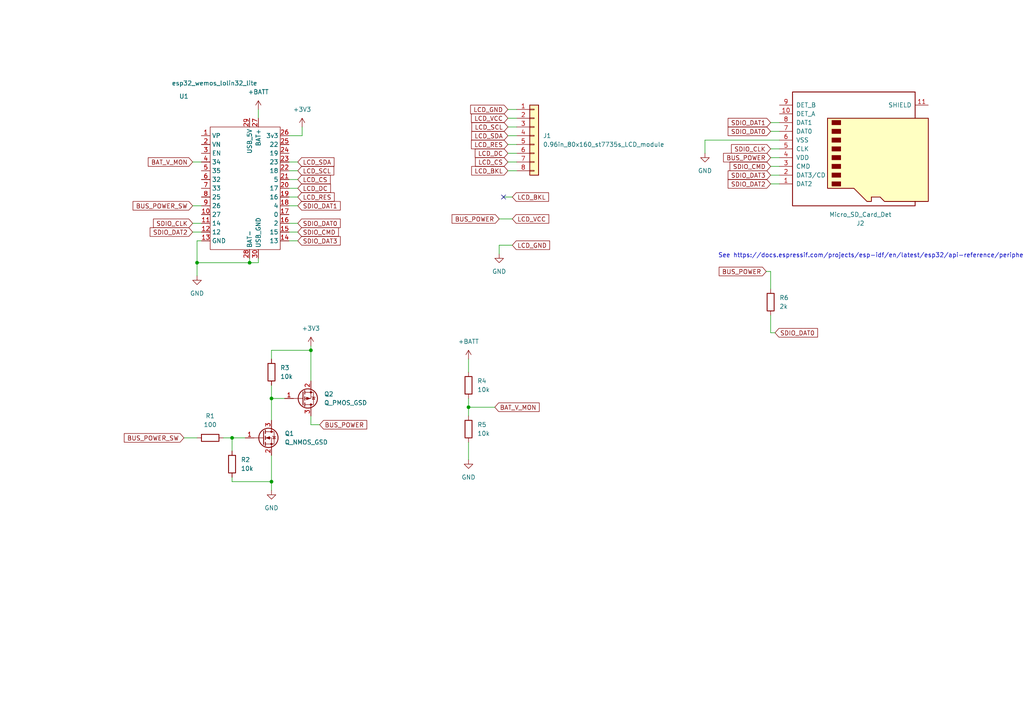
<source format=kicad_sch>
(kicad_sch (version 20211123) (generator eeschema)
  (paper "A4")
  (lib_symbols
    (symbol "Connector:Micro_SD_Card_Det" (pin_names (offset 1.016))
      (property "Reference" "J" (at -16.51 17.78 0))
      (property "Value" "Micro_SD_Card_Det" (at 16.51 17.78 0))
      (symbol "Micro_SD_Card_Det_0_1"
        (rectangle (start -7.62 -6.985) (end -5.08 -8.255) (fill (type outline)))
        (rectangle (start -7.62 -4.445) (end -5.08 -5.715) (fill (type outline)))
        (rectangle (start -7.62 -1.905) (end -5.08 -3.175) (fill (type outline)))
        (rectangle (start -7.62 0.635) (end -5.08 -0.635) (fill (type outline)))
        (rectangle (start -7.62 3.175) (end -5.08 1.905) (fill (type outline)))
        (rectangle (start -7.62 5.715) (end -5.08 4.445) (fill (type outline)))
        (rectangle (start -7.62 8.255) (end -5.08 6.985) (fill (type outline)))
        (rectangle (start -7.62 10.795) (end -5.08 9.525) (fill (type outline)))
        (polyline (pts (xy 16.51 15.24) (xy 16.51 16.51) (xy -19.05 16.51) (xy -19.05 -16.51) (xy 16.51 -16.51) (xy 16.51 -8.89)) (stroke (width 0.254)))
        (polyline (pts (xy -8.89 -8.89) (xy -8.89 11.43) (xy -1.27 11.43) (xy 2.54 15.24) (xy 3.81 15.24) (xy 3.81 13.97) (xy 6.35 13.97) (xy 7.62 15.24) (xy 20.32 15.24) (xy 20.32 -8.89) (xy -8.89 -8.89)) (stroke (width 0.254)) (fill (type background)))
      )
      (symbol "Micro_SD_Card_Det_1_1"
        (pin bidirectional line (at -22.86 10.16 0) (length 3.81) (name "DAT2") (number "1"))
        (pin passive line (at -22.86 -10.16 0) (length 3.81) (name "DET_A") (number "10"))
        (pin passive line (at 20.32 -12.7 180) (length 3.81) (name "SHIELD") (number "11"))
        (pin bidirectional line (at -22.86 7.62 0) (length 3.81) (name "DAT3/CD") (number "2"))
        (pin input line (at -22.86 5.08 0) (length 3.81) (name "CMD") (number "3"))
        (pin power_in line (at -22.86 2.54 0) (length 3.81) (name "VDD") (number "4"))
        (pin input line (at -22.86 0 0) (length 3.81) (name "CLK") (number "5"))
        (pin power_in line (at -22.86 -2.54 0) (length 3.81) (name "VSS") (number "6"))
        (pin bidirectional line (at -22.86 -5.08 0) (length 3.81) (name "DAT0") (number "7"))
        (pin bidirectional line (at -22.86 -7.62 0) (length 3.81) (name "DAT1") (number "8"))
        (pin passive line (at -22.86 -12.7 0) (length 3.81) (name "DET_B") (number "9"))
      )
    )
    (symbol "Connector_Generic:Conn_01x08" (pin_names (offset 1.016) hide)
      (property "Reference" "J" (at 0 10.16 0))
      (property "Value" "Conn_01x08" (at 0 -12.7 0))
      (symbol "Conn_01x08_1_1"
        (rectangle (start -1.27 -10.033) (end 0 -10.287) (stroke (width 0.1524)))
        (rectangle (start -1.27 -7.493) (end 0 -7.747) (stroke (width 0.1524)))
        (rectangle (start -1.27 -4.953) (end 0 -5.207) (stroke (width 0.1524)))
        (rectangle (start -1.27 -2.413) (end 0 -2.667) (stroke (width 0.1524)))
        (rectangle (start -1.27 0.127) (end 0 -0.127) (stroke (width 0.1524)))
        (rectangle (start -1.27 2.667) (end 0 2.413) (stroke (width 0.1524)))
        (rectangle (start -1.27 5.207) (end 0 4.953) (stroke (width 0.1524)))
        (rectangle (start -1.27 7.747) (end 0 7.493) (stroke (width 0.1524)))
        (rectangle (start -1.27 8.89) (end 1.27 -11.43) (stroke (width 0.254)) (fill (type background)))
        (pin passive line (at -5.08 7.62 0) (length 3.81) (name "Pin_1") (number "1"))
        (pin passive line (at -5.08 5.08 0) (length 3.81) (name "Pin_2") (number "2"))
        (pin passive line (at -5.08 2.54 0) (length 3.81) (name "Pin_3") (number "3"))
        (pin passive line (at -5.08 0 0) (length 3.81) (name "Pin_4") (number "4"))
        (pin passive line (at -5.08 -2.54 0) (length 3.81) (name "Pin_5") (number "5"))
        (pin passive line (at -5.08 -5.08 0) (length 3.81) (name "Pin_6") (number "6"))
        (pin passive line (at -5.08 -7.62 0) (length 3.81) (name "Pin_7") (number "7"))
        (pin passive line (at -5.08 -10.16 0) (length 3.81) (name "Pin_8") (number "8"))
      )
    )
    (symbol "Device:Q_NMOS_GSD" (pin_names (offset 0) hide)
      (property "Reference" "Q" (at 5.08 1.27 0))
      (property "Value" "Q_NMOS_GSD" (at 5.08 -1.27 0))
      (symbol "Q_NMOS_GSD_0_1"
        (polyline (pts (xy 0.254 0) (xy -2.54 0)))
        (polyline (pts (xy 0.254 1.905) (xy 0.254 -1.905)) (stroke (width 0.254)))
        (polyline (pts (xy 0.762 -1.27) (xy 0.762 -2.286)) (stroke (width 0.254)))
        (polyline (pts (xy 0.762 0.508) (xy 0.762 -0.508)) (stroke (width 0.254)))
        (polyline (pts (xy 0.762 2.286) (xy 0.762 1.27)) (stroke (width 0.254)))
        (polyline (pts (xy 2.54 2.54) (xy 2.54 1.778)))
        (polyline (pts (xy 2.54 -2.54) (xy 2.54 0) (xy 0.762 0)))
        (polyline (pts (xy 0.762 -1.778) (xy 3.302 -1.778) (xy 3.302 1.778) (xy 0.762 1.778)))
        (polyline (pts (xy 1.016 0) (xy 2.032 0.381) (xy 2.032 -0.381) (xy 1.016 0)) (fill (type outline)))
        (polyline (pts (xy 2.794 0.508) (xy 2.921 0.381) (xy 3.683 0.381) (xy 3.81 0.254)))
        (polyline (pts (xy 3.302 0.381) (xy 2.921 -0.254) (xy 3.683 -0.254) (xy 3.302 0.381)))
        (circle (center 1.651 0) (radius 2.794) (stroke (width 0.254)))
        (circle (center 2.54 -1.778) (radius 0.254) (fill (type outline)))
        (circle (center 2.54 1.778) (radius 0.254) (fill (type outline)))
      )
      (symbol "Q_NMOS_GSD_1_1"
        (pin input line (at -5.08 0 0) (length 2.54) (name "G") (number "1"))
        (pin passive line (at 2.54 -5.08 90) (length 2.54) (name "S") (number "2"))
        (pin passive line (at 2.54 5.08 270) (length 2.54) (name "D") (number "3"))
      )
    )
    (symbol "Device:Q_PMOS_GSD" (pin_names (offset 0) hide)
      (property "Reference" "Q" (at 5.08 1.27 0))
      (property "Value" "Q_PMOS_GSD" (at 5.08 -1.27 0))
      (symbol "Q_PMOS_GSD_0_1"
        (polyline (pts (xy 0.254 0) (xy -2.54 0)))
        (polyline (pts (xy 0.254 1.905) (xy 0.254 -1.905)) (stroke (width 0.254)))
        (polyline (pts (xy 0.762 -1.27) (xy 0.762 -2.286)) (stroke (width 0.254)))
        (polyline (pts (xy 0.762 0.508) (xy 0.762 -0.508)) (stroke (width 0.254)))
        (polyline (pts (xy 0.762 2.286) (xy 0.762 1.27)) (stroke (width 0.254)))
        (polyline (pts (xy 2.54 2.54) (xy 2.54 1.778)))
        (polyline (pts (xy 2.54 -2.54) (xy 2.54 0) (xy 0.762 0)))
        (polyline (pts (xy 0.762 1.778) (xy 3.302 1.778) (xy 3.302 -1.778) (xy 0.762 -1.778)))
        (polyline (pts (xy 2.286 0) (xy 1.27 0.381) (xy 1.27 -0.381) (xy 2.286 0)) (fill (type outline)))
        (polyline (pts (xy 2.794 -0.508) (xy 2.921 -0.381) (xy 3.683 -0.381) (xy 3.81 -0.254)))
        (polyline (pts (xy 3.302 -0.381) (xy 2.921 0.254) (xy 3.683 0.254) (xy 3.302 -0.381)))
        (circle (center 1.651 0) (radius 2.794) (stroke (width 0.254)))
        (circle (center 2.54 -1.778) (radius 0.254) (fill (type outline)))
        (circle (center 2.54 1.778) (radius 0.254) (fill (type outline)))
      )
      (symbol "Q_PMOS_GSD_1_1"
        (pin input line (at -5.08 0 0) (length 2.54) (name "G") (number "1"))
        (pin passive line (at 2.54 -5.08 90) (length 2.54) (name "S") (number "2"))
        (pin passive line (at 2.54 5.08 270) (length 2.54) (name "D") (number "3"))
      )
    )
    (symbol "Device:R" (pin_numbers hide) (pin_names (offset 0))
      (property "Reference" "R" (at 2.032 0 90))
      (property "Value" "R" (at 0 0 90))
      (symbol "R_0_1"
        (rectangle (start -1.016 -2.54) (end 1.016 2.54) (stroke (width 0.254)))
      )
      (symbol "R_1_1"
        (pin passive line (at 0 3.81 270) (length 1.27) (name "~") (number "1"))
        (pin passive line (at 0 -3.81 90) (length 1.27) (name "~") (number "2"))
      )
    )
    (symbol "power:+3V3" (power) (pin_names (offset 0))
      (property "Value" "+3V3" (at 0 3.556 0))
      (symbol "+3V3_0_1"
        (polyline (pts (xy -0.762 1.27) (xy 0 2.54)))
        (polyline (pts (xy 0 0) (xy 0 2.54)))
        (polyline (pts (xy 0 2.54) (xy 0.762 1.27)))
      )
      (symbol "+3V3_1_1"
        (pin power_in line (at 0 0 90) (length 0) hide (name "+3V3") (number "1"))
      )
    )
    (symbol "power:+BATT" (power) (pin_names (offset 0))
      (property "Value" "+BATT" (at 0 3.556 0))
      (symbol "+BATT_0_1"
        (polyline (pts (xy -0.762 1.27) (xy 0 2.54)))
        (polyline (pts (xy 0 0) (xy 0 2.54)))
        (polyline (pts (xy 0 2.54) (xy 0.762 1.27)))
      )
      (symbol "+BATT_1_1"
        (pin power_in line (at 0 0 90) (length 0) hide (name "+BATT") (number "1"))
      )
    )
    (symbol "power:GND" (power) (pin_names (offset 0))
      (property "Value" "GND" (at 0 -3.81 0))
      (symbol "GND_0_1"
        (polyline (pts (xy 0 0) (xy 0 -1.27) (xy 1.27 -1.27) (xy 0 -2.54) (xy -1.27 -1.27) (xy 0 -1.27)))
      )
      (symbol "GND_1_1"
        (pin power_in line (at 0 0 270) (length 0) hide (name "GND") (number "1"))
      )
    )
    (symbol "wemos_lolin32_lite:esp32_wemos_lolin32_lite"
      (property "Reference" "U" (at 1.27 2.54 0))
      (property "Value" "esp32_wemos_lolin32_lite" (at 1.27 6.35 0))
      (symbol "esp32_wemos_lolin32_lite_0_1"
        (rectangle (start 7.62 -11.43) (end 27.94 -46.99))
      )
      (symbol "esp32_wemos_lolin32_lite_1_1"
        (pin input line (at 5.08 -13.97 0) (length 2.54) (name "VP") (number "1"))
        (pin bidirectional line (at 5.08 -36.83 0) (length 2.54) (name "27") (number "10"))
        (pin bidirectional line (at 5.08 -39.37 0) (length 2.54) (name "14") (number "11"))
        (pin bidirectional line (at 5.08 -41.91 0) (length 2.54) (name "12") (number "12"))
        (pin bidirectional line (at 5.08 -44.45 0) (length 2.54) (name "GND") (number "13"))
        (pin bidirectional line (at 30.48 -44.45 180) (length 2.54) (name "13") (number "14"))
        (pin bidirectional line (at 30.48 -41.91 180) (length 2.54) (name "15") (number "15"))
        (pin bidirectional line (at 30.48 -39.37 180) (length 2.54) (name "2") (number "16"))
        (pin bidirectional line (at 30.48 -36.83 180) (length 2.54) (name "0") (number "17"))
        (pin bidirectional line (at 30.48 -34.29 180) (length 2.54) (name "4") (number "18"))
        (pin bidirectional line (at 30.48 -31.75 180) (length 2.54) (name "16") (number "19"))
        (pin input line (at 5.08 -16.51 0) (length 2.54) (name "VN") (number "2"))
        (pin bidirectional line (at 30.48 -29.21 180) (length 2.54) (name "17") (number "20"))
        (pin bidirectional line (at 30.48 -26.67 180) (length 2.54) (name "5") (number "21"))
        (pin bidirectional line (at 30.48 -24.13 180) (length 2.54) (name "18") (number "22"))
        (pin bidirectional line (at 30.48 -21.59 180) (length 2.54) (name "23") (number "23"))
        (pin bidirectional line (at 30.48 -19.05 180) (length 2.54) (name "19") (number "24"))
        (pin bidirectional line (at 30.48 -16.51 180) (length 2.54) (name "22") (number "25"))
        (pin bidirectional line (at 30.48 -13.97 180) (length 2.54) (name "3v3") (number "26"))
        (pin bidirectional line (at 21.59 -8.89 270) (length 2.54) (name "BAT+") (number "27"))
        (pin bidirectional line (at 19.05 -49.53 90) (length 2.54) (name "BAT-") (number "28"))
        (pin bidirectional line (at 19.05 -8.89 270) (length 2.54) (name "USB_5V") (number "29"))
        (pin input line (at 5.08 -19.05 0) (length 2.54) (name "EN") (number "3"))
        (pin bidirectional line (at 21.59 -49.53 90) (length 2.54) (name "USB_GND") (number "30"))
        (pin input line (at 5.08 -21.59 0) (length 2.54) (name "34") (number "4"))
        (pin input line (at 5.08 -24.13 0) (length 2.54) (name "35") (number "5"))
        (pin bidirectional line (at 5.08 -26.67 0) (length 2.54) (name "32") (number "6"))
        (pin bidirectional line (at 5.08 -29.21 0) (length 2.54) (name "33") (number "7"))
        (pin bidirectional line (at 5.08 -31.75 0) (length 2.54) (name "25") (number "8"))
        (pin bidirectional line (at 5.08 -34.29 0) (length 2.54) (name "26") (number "9"))
      )
    )
  )
  (junction (at 135.89 118.11))
  (junction (at 57.15 76.2))
  (junction (at 67.31 127))
  (junction (at 78.74 115.57))
  (junction (at 78.74 139.7))
  (junction (at 72.39 76.2))
  (junction (at 90.17 101.6))
  (no_connect (at 146.05 57.15))
  (wire (pts (xy 83.82 69.85) (xy 86.36 69.85)))
  (wire (pts (xy 147.32 39.37) (xy 149.86 39.37)))
  (wire (pts (xy 147.32 36.83) (xy 149.86 36.83)))
  (wire (pts (xy 83.82 67.31) (xy 86.36 67.31)))
  (wire (pts (xy 55.88 64.77) (xy 58.42 64.77)))
  (wire (pts (xy 78.74 104.14) (xy 78.74 101.6)))
  (wire (pts (xy 74.93 74.93) (xy 74.93 76.2)))
  (wire (pts (xy 67.31 127) (xy 71.12 127)))
  (wire (pts (xy 58.42 69.85) (xy 57.15 69.85)))
  (wire (pts (xy 135.89 104.14) (xy 135.89 107.95)))
  (wire (pts (xy 86.36 54.61) (xy 83.82 54.61)))
  (wire (pts (xy 147.32 46.99) (xy 149.86 46.99)))
  (wire (pts (xy 148.59 57.15) (xy 146.05 57.15)))
  (wire (pts (xy 87.63 39.37) (xy 83.82 39.37)))
  (wire (pts (xy 222.25 78.74) (xy 223.52 78.74)))
  (wire (pts (xy 74.93 31.75) (xy 74.93 34.29)))
  (wire (pts (xy 78.74 101.6) (xy 90.17 101.6)))
  (wire (pts (xy 223.52 53.34) (xy 226.06 53.34)))
  (wire (pts (xy 78.74 115.57) (xy 82.55 115.57)))
  (wire (pts (xy 64.77 127) (xy 67.31 127)))
  (wire (pts (xy 67.31 130.81) (xy 67.31 127)))
  (wire (pts (xy 86.36 46.99) (xy 83.82 46.99)))
  (wire (pts (xy 204.47 40.64) (xy 226.06 40.64)))
  (wire (pts (xy 86.36 57.15) (xy 83.82 57.15)))
  (wire (pts (xy 72.39 74.93) (xy 72.39 76.2)))
  (wire (pts (xy 147.32 31.75) (xy 149.86 31.75)))
  (wire (pts (xy 55.88 59.69) (xy 58.42 59.69)))
  (wire (pts (xy 223.52 50.8) (xy 226.06 50.8)))
  (wire (pts (xy 78.74 132.08) (xy 78.74 139.7)))
  (wire (pts (xy 223.52 35.56) (xy 226.06 35.56)))
  (wire (pts (xy 147.32 44.45) (xy 149.86 44.45)))
  (wire (pts (xy 144.78 63.5) (xy 148.59 63.5)))
  (wire (pts (xy 72.39 76.2) (xy 57.15 76.2)))
  (wire (pts (xy 147.32 49.53) (xy 149.86 49.53)))
  (wire (pts (xy 78.74 139.7) (xy 67.31 139.7)))
  (wire (pts (xy 223.52 48.26) (xy 226.06 48.26)))
  (wire (pts (xy 57.15 69.85) (xy 57.15 76.2)))
  (wire (pts (xy 147.32 41.91) (xy 149.86 41.91)))
  (wire (pts (xy 144.78 71.12) (xy 144.78 73.66)))
  (wire (pts (xy 223.52 96.52) (xy 224.79 96.52)))
  (wire (pts (xy 147.32 34.29) (xy 149.86 34.29)))
  (wire (pts (xy 90.17 123.19) (xy 92.71 123.19)))
  (wire (pts (xy 90.17 120.65) (xy 90.17 123.19)))
  (wire (pts (xy 144.78 71.12) (xy 148.59 71.12)))
  (wire (pts (xy 55.88 67.31) (xy 58.42 67.31)))
  (wire (pts (xy 135.89 115.57) (xy 135.89 118.11)))
  (wire (pts (xy 87.63 36.83) (xy 87.63 39.37)))
  (wire (pts (xy 58.42 46.99) (xy 55.88 46.99)))
  (wire (pts (xy 83.82 64.77) (xy 86.36 64.77)))
  (wire (pts (xy 135.89 118.11) (xy 135.89 120.65)))
  (wire (pts (xy 90.17 101.6) (xy 90.17 110.49)))
  (wire (pts (xy 204.47 40.64) (xy 204.47 44.45)))
  (wire (pts (xy 78.74 115.57) (xy 78.74 121.92)))
  (wire (pts (xy 223.52 43.18) (xy 226.06 43.18)))
  (wire (pts (xy 135.89 128.27) (xy 135.89 133.35)))
  (wire (pts (xy 57.15 76.2) (xy 57.15 80.01)))
  (wire (pts (xy 67.31 139.7) (xy 67.31 138.43)))
  (wire (pts (xy 135.89 118.11) (xy 143.51 118.11)))
  (wire (pts (xy 223.52 45.72) (xy 226.06 45.72)))
  (wire (pts (xy 74.93 76.2) (xy 72.39 76.2)))
  (wire (pts (xy 86.36 49.53) (xy 83.82 49.53)))
  (wire (pts (xy 53.34 127) (xy 57.15 127)))
  (wire (pts (xy 83.82 59.69) (xy 86.36 59.69)))
  (wire (pts (xy 223.52 91.44) (xy 223.52 96.52)))
  (wire (pts (xy 86.36 52.07) (xy 83.82 52.07)))
  (wire (pts (xy 223.52 38.1) (xy 226.06 38.1)))
  (wire (pts (xy 78.74 111.76) (xy 78.74 115.57)))
  (wire (pts (xy 90.17 100.33) (xy 90.17 101.6)))
  (wire (pts (xy 78.74 139.7) (xy 78.74 142.24)))
  (wire (pts (xy 223.52 78.74) (xy 223.52 83.82)))
  (text "See https://docs.espressif.com/projects/esp-idf/en/latest/esp32/api-reference/peripherals/sd_pullup_requirements.html" (at 208.28 74.93 0) (effects (font (size 1.27 1.27)) (justify left bottom)))
  (global_label "SDIO_DAT0" (shape input) (at 223.52 38.1 180) (property "シート間のリファレンス" "${INTERSHEET_REFS}" (effects hide)))
  (global_label "BUS_POWER" (shape input) (at 144.78 63.5 180) (property "シート間のリファレンス" "${INTERSHEET_REFS}" (effects hide)))
  (global_label "BAT_V_MON" (shape input) (at 55.88 46.99 180) (property "シート間のリファレンス" "${INTERSHEET_REFS}" (effects hide)))
  (global_label "SDIO_DAT3" (shape input) (at 86.36 69.85 0) (property "シート間のリファレンス" "${INTERSHEET_REFS}" (effects hide)))
  (global_label "SDIO_CLK" (shape input) (at 223.52 43.18 180) (property "シート間のリファレンス" "${INTERSHEET_REFS}" (effects hide)))
  (global_label "LCD_SCL" (shape input) (at 147.32 36.83 180) (property "シート間のリファレンス" "${INTERSHEET_REFS}" (effects hide)))
  (global_label "SDIO_DAT1" (shape input) (at 223.52 35.56 180) (property "シート間のリファレンス" "${INTERSHEET_REFS}" (effects hide)))
  (global_label "LCD_DC" (shape input) (at 147.32 44.45 180) (property "シート間のリファレンス" "${INTERSHEET_REFS}" (effects hide)))
  (global_label "LCD_DC" (shape input) (at 86.36 54.61 0) (property "シート間のリファレンス" "${INTERSHEET_REFS}" (effects hide)))
  (global_label "BUS_POWER" (shape input) (at 222.25 78.74 180) (property "シート間のリファレンス" "${INTERSHEET_REFS}" (effects hide)))
  (global_label "LCD_GND" (shape input) (at 148.59 71.12 0) (property "シート間のリファレンス" "${INTERSHEET_REFS}" (effects hide)))
  (global_label "SDIO_DAT0" (shape input) (at 224.79 96.52 0) (property "シート間のリファレンス" "${INTERSHEET_REFS}" (effects hide)))
  (global_label "LCD_RES" (shape input) (at 147.32 41.91 180) (property "シート間のリファレンス" "${INTERSHEET_REFS}" (effects hide)))
  (global_label "SDIO_DAT2" (shape input) (at 55.88 67.31 180) (property "シート間のリファレンス" "${INTERSHEET_REFS}" (effects hide)))
  (global_label "SDIO_CMD" (shape input) (at 223.52 48.26 180) (property "シート間のリファレンス" "${INTERSHEET_REFS}" (effects hide)))
  (global_label "SDIO_DAT3" (shape input) (at 223.52 50.8 180) (property "シート間のリファレンス" "${INTERSHEET_REFS}" (effects hide)))
  (global_label "BUS_POWER_SW" (shape input) (at 55.88 59.69 180) (property "シート間のリファレンス" "${INTERSHEET_REFS}" (effects hide)))
  (global_label "BAT_V_MON" (shape input) (at 143.51 118.11 0) (property "シート間のリファレンス" "${INTERSHEET_REFS}" (effects hide)))
  (global_label "BUS_POWER_SW" (shape input) (at 53.34 127 180) (property "シート間のリファレンス" "${INTERSHEET_REFS}" (effects hide)))
  (global_label "LCD_VCC" (shape input) (at 147.32 34.29 180) (property "シート間のリファレンス" "${INTERSHEET_REFS}" (effects hide)))
  (global_label "SDIO_CLK" (shape input) (at 55.88 64.77 180) (property "シート間のリファレンス" "${INTERSHEET_REFS}" (effects hide)))
  (global_label "BUS_POWER" (shape input) (at 223.52 45.72 180) (property "シート間のリファレンス" "${INTERSHEET_REFS}" (effects hide)))
  (global_label "LCD_SDA" (shape input) (at 147.32 39.37 180) (property "シート間のリファレンス" "${INTERSHEET_REFS}" (effects hide)))
  (global_label "LCD_CS" (shape input) (at 86.36 52.07 0) (property "シート間のリファレンス" "${INTERSHEET_REFS}" (effects hide)))
  (global_label "SDIO_DAT1" (shape input) (at 86.36 59.69 0) (property "シート間のリファレンス" "${INTERSHEET_REFS}" (effects hide)))
  (global_label "LCD_CS" (shape input) (at 147.32 46.99 180) (property "シート間のリファレンス" "${INTERSHEET_REFS}" (effects hide)))
  (global_label "SDIO_DAT0" (shape input) (at 86.36 64.77 0) (property "シート間のリファレンス" "${INTERSHEET_REFS}" (effects hide)))
  (global_label "LCD_VCC" (shape input) (at 148.59 63.5 0) (property "シート間のリファレンス" "${INTERSHEET_REFS}" (effects hide)))
  (global_label "SDIO_DAT2" (shape input) (at 223.52 53.34 180) (property "シート間のリファレンス" "${INTERSHEET_REFS}" (effects hide)))
  (global_label "BUS_POWER" (shape input) (at 92.71 123.19 0) (property "シート間のリファレンス" "${INTERSHEET_REFS}" (effects hide)))
  (global_label "SDIO_CMD" (shape input) (at 86.36 67.31 0) (property "シート間のリファレンス" "${INTERSHEET_REFS}" (effects hide)))
  (global_label "LCD_GND" (shape input) (at 147.32 31.75 180) (property "シート間のリファレンス" "${INTERSHEET_REFS}" (effects hide)))
  (global_label "LCD_BKL" (shape input) (at 147.32 49.53 180) (property "シート間のリファレンス" "${INTERSHEET_REFS}" (effects hide)))
  (global_label "LCD_SDA" (shape input) (at 86.36 46.99 0) (property "シート間のリファレンス" "${INTERSHEET_REFS}" (effects hide)))
  (global_label "LCD_SCL" (shape input) (at 86.36 49.53 0) (property "シート間のリファレンス" "${INTERSHEET_REFS}" (effects hide)))
  (global_label "LCD_BKL" (shape input) (at 148.59 57.15 0) (property "シート間のリファレンス" "${INTERSHEET_REFS}" (effects hide)))
  (global_label "LCD_RES" (shape input) (at 86.36 57.15 0) (property "シート間のリファレンス" "${INTERSHEET_REFS}" (effects hide)))
  (symbol (lib_id "Device:R") (at 60.96 127 90) (unit 1)
    (property "Reference" "R1" (at 60.96 120.65 90))
    (property "Value" "100" (at 60.96 123.19 90))
    (property "Footprint" "Resistor_SMD:R_0603_1608Metric" (effects hide))
  )
  (symbol (lib_id "power:GND") (at 204.47 44.45 0) (unit 1)
    (property "Reference" "#PWR09" (effects hide))
    (property "Value" "GND" (at 204.47 49.53 0))
  )
  (symbol (lib_id "power:GND") (at 57.15 80.01 0) (unit 1)
    (property "Reference" "#PWR01" (effects hide))
    (property "Value" "GND" (at 57.15 85.09 0))
  )
  (symbol (lib_id "wemos_lolin32_lite:esp32_wemos_lolin32_lite") (at 53.34 25.4 0) (unit 1)
    (property "Reference" "U1" (at 53.34 27.94 0))
    (property "Value" "esp32_wemos_lolin32_lite" (at 62.23 24.13 0))
    (property "Footprint" "wemos_lolin32_lite:esp32_wemos_lolin32_lite" (effects hide))
  )
  (symbol (lib_id "Device:R") (at 78.74 107.95 0) (unit 1)
    (property "Reference" "R3" (at 81.28 106.6799 0) (effects (justify left)))
    (property "Value" "10k" (at 81.28 109.2199 0) (effects (justify left)))
    (property "Footprint" "Resistor_SMD:R_0603_1608Metric" (effects hide))
  )
  (symbol (lib_id "power:GND") (at 144.78 73.66 0) (unit 1)
    (property "Reference" "#PWR08" (effects hide))
    (property "Value" "GND" (at 144.78 78.74 0))
  )
  (symbol (lib_id "power:GND") (at 78.74 142.24 0) (unit 1)
    (property "Reference" "#PWR03" (effects hide))
    (property "Value" "GND" (at 78.74 147.32 0))
  )
  (symbol (lib_id "power:+BATT") (at 135.89 104.14 0) (unit 1)
    (property "Reference" "#PWR06" (effects hide))
    (property "Value" "+BATT" (at 135.89 99.06 0))
  )
  (symbol (lib_id "power:GND") (at 135.89 133.35 0) (unit 1)
    (property "Reference" "#PWR07" (effects hide))
    (property "Value" "GND" (at 135.89 138.43 0))
  )
  (symbol (lib_id "Device:R") (at 135.89 124.46 0) (unit 1)
    (property "Reference" "R5" (at 138.43 123.1899 0) (effects (justify left)))
    (property "Value" "10k" (at 138.43 125.7299 0) (effects (justify left)))
    (property "Footprint" "Resistor_SMD:R_0603_1608Metric" (effects hide))
  )
  (symbol (lib_id "Device:Q_PMOS_GSD") (at 87.63 115.57 0) (mirror x) (unit 1)
    (property "Reference" "Q2" (at 93.98 114.2999 0) (effects (justify left)))
    (property "Value" "Q_PMOS_GSD" (at 93.98 116.8399 0) (effects (justify left)))
    (property "Footprint" "Package_TO_SOT_SMD:SOT-23" (effects hide))
  )
  (symbol (lib_id "Device:Q_NMOS_GSD") (at 76.2 127 0) (unit 1)
    (property "Reference" "Q1" (at 82.55 125.7299 0) (effects (justify left)))
    (property "Value" "Q_NMOS_GSD" (at 82.55 128.2699 0) (effects (justify left)))
    (property "Footprint" "Package_TO_SOT_SMD:SOT-23" (effects hide))
  )
  (symbol (lib_id "Device:R") (at 135.89 111.76 0) (unit 1)
    (property "Reference" "R4" (at 138.43 110.4899 0) (effects (justify left)))
    (property "Value" "10k" (at 138.43 113.0299 0) (effects (justify left)))
    (property "Footprint" "Resistor_SMD:R_0603_1608Metric" (effects hide))
  )
  (symbol (lib_id "power:+BATT") (at 74.93 31.75 0) (unit 1)
    (property "Reference" "#PWR02" (effects hide))
    (property "Value" "+BATT" (at 74.93 26.67 0))
  )
  (symbol (lib_id "Connector:Micro_SD_Card_Det") (at 248.92 43.18 0) (mirror x) (unit 1)
    (property "Reference" "J2" (at 249.555 64.77 0))
    (property "Value" "Micro_SD_Card_Det" (at 249.555 62.23 0))
    (property "Footprint" "Connector_Card:microSD_HC_Hirose_DM3BT-DSF-PEJS" (effects hide))
    (property "Datasheet" "https://www.hirose.com/product/en/download_file/key_name/DM3/category/Catalog/doc_file_id/49662/?file_category_id=4&item_id=195&is_series=1" (effects hide))
  )
  (symbol (lib_id "Device:R") (at 67.31 134.62 0) (unit 1)
    (property "Reference" "R2" (at 69.85 133.3499 0) (effects (justify left)))
    (property "Value" "10k" (at 69.85 135.8899 0) (effects (justify left)))
    (property "Footprint" "Resistor_SMD:R_0603_1608Metric" (effects hide))
  )
  (symbol (lib_id "power:+3V3") (at 90.17 100.33 0) (unit 1)
    (property "Reference" "#PWR05" (effects hide))
    (property "Value" "+3V3" (at 90.17 95.25 0))
  )
  (symbol (lib_id "Connector_Generic:Conn_01x08") (at 154.94 39.37 0) (unit 1)
    (property "Reference" "J1" (at 157.48 39.3699 0) (effects (justify left)))
    (property "Value" "0.96in_80x160_st7735s_LCD_module" (at 157.48 41.9099 0) (effects (justify left)))
    (property "Footprint" "Connector_PinSocket_2.54mm:PinSocket_1x08_P2.54mm_Vertical" (effects hide))
  )
  (symbol (lib_id "Device:R") (at 223.52 87.63 0) (unit 1)
    (property "Reference" "R6" (at 226.06 86.3599 0) (effects (justify left)))
    (property "Value" "2k" (at 226.06 88.8999 0) (effects (justify left)))
    (property "Footprint" "Resistor_SMD:R_0603_1608Metric" (effects hide))
  )
  (symbol (lib_id "power:+3V3") (at 87.63 36.83 0) (unit 1)
    (property "Reference" "#PWR04" (effects hide))
    (property "Value" "+3V3" (at 87.63 31.75 0))
  )
)
</source>
